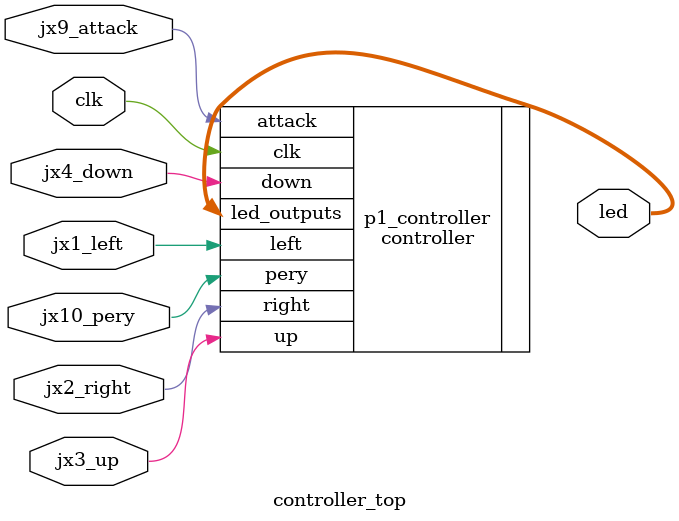
<source format=v>
`timescale 1ns / 1ps
module controller_top(
    input clk, // Main clock
    input jx1_left,
    input jx2_right,
    input jx3_up,
    input jx4_down,
    input jx9_attack,
    input jx10_pery,
    output [6:0] led
);

// controller instanciation
controller p1_controller (
    .clk(clk),
    .left(jx1_left),
    .right(jx2_right),
    .up(jx3_up),
    .down(jx4_down),
    .attack(jx9_attack),
    .pery(jx10_pery),
    .led_outputs(led)
);

endmodule

</source>
